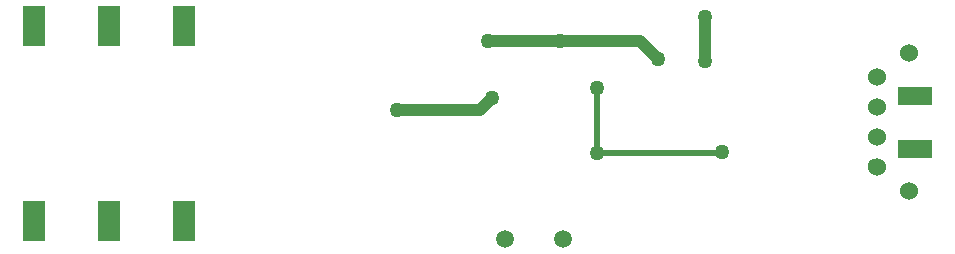
<source format=gbl>
G04*
G04 #@! TF.GenerationSoftware,Altium Limited,Altium Designer,23.3.1 (30)*
G04*
G04 Layer_Physical_Order=2*
G04 Layer_Color=16711680*
%FSLAX44Y44*%
%MOMM*%
G71*
G04*
G04 #@! TF.SameCoordinates,75414D67-6E7D-4D71-9163-A58272906682*
G04*
G04*
G04 #@! TF.FilePolarity,Positive*
G04*
G01*
G75*
%ADD14C,0.5000*%
%ADD54C,1.0000*%
%ADD57R,1.8999X3.4188*%
%ADD60R,1.4995X1.4995*%
%ADD62C,1.2700*%
%ADD63C,1.5000*%
%ADD64C,1.5240*%
D14*
X548750Y158500D02*
X549145Y158105D01*
Y104645D02*
Y158105D01*
Y104645D02*
X549540Y104250D01*
X654500D01*
D54*
X640500Y181750D02*
Y219000D01*
X517500Y198750D02*
X585750D01*
X457250D02*
X517500D01*
X450000Y140000D02*
X460000Y150000D01*
X380000Y140000D02*
X450000D01*
X585750Y198750D02*
X601010Y183490D01*
X784040Y93754D02*
X785990Y91804D01*
D57*
X199420Y211580D02*
D03*
X135920D02*
D03*
X72420D02*
D03*
X199420Y46480D02*
D03*
X135920D02*
D03*
X72420D02*
D03*
D60*
X825453Y107560D02*
D03*
Y152518D02*
D03*
X811466Y107560D02*
D03*
Y152518D02*
D03*
D62*
X549540Y104250D02*
D03*
X548750Y158500D02*
D03*
X640500Y219000D02*
D03*
Y181750D02*
D03*
X460000Y150000D02*
D03*
X380000Y140000D02*
D03*
X601010Y183490D02*
D03*
X517500Y199000D02*
D03*
X654750Y104500D02*
D03*
X457250Y198750D02*
D03*
D63*
X471330Y30960D02*
D03*
X520130D02*
D03*
D64*
X812990Y188254D02*
D03*
Y71254D02*
D03*
X785990Y91804D02*
D03*
Y117204D02*
D03*
Y142604D02*
D03*
Y168004D02*
D03*
M02*

</source>
